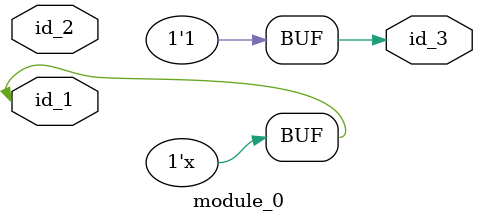
<source format=v>
`timescale 1ps / 1ps
module module_0 (
    id_1,
    id_2,
    id_3
);
  output id_3;
  inout id_2;
  inout id_1;
  always @(*) begin
    id_3 <= 1;
    if (1) id_1 <= #1 id_1;
  end
endmodule

</source>
